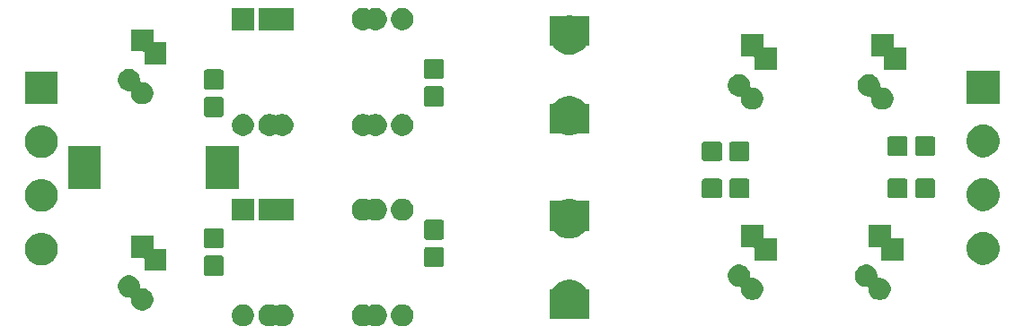
<source format=gts>
G04 #@! TF.GenerationSoftware,KiCad,Pcbnew,(5.1.4)-1*
G04 #@! TF.CreationDate,2021-09-06T00:09:17-04:00*
G04 #@! TF.ProjectId,controller_power_filter,636f6e74-726f-46c6-9c65-725f706f7765,rev?*
G04 #@! TF.SameCoordinates,Original*
G04 #@! TF.FileFunction,Soldermask,Top*
G04 #@! TF.FilePolarity,Negative*
%FSLAX46Y46*%
G04 Gerber Fmt 4.6, Leading zero omitted, Abs format (unit mm)*
G04 Created by KiCad (PCBNEW (5.1.4)-1) date 2021-09-06 00:09:17*
%MOMM*%
%LPD*%
G04 APERTURE LIST*
%ADD10C,0.100000*%
G04 APERTURE END LIST*
D10*
G36*
X115500000Y-134500000D02*
G01*
X112500000Y-134500000D01*
X112500000Y-130500000D01*
X115500000Y-130500000D01*
X115500000Y-134500000D01*
G37*
X115500000Y-134500000D02*
X112500000Y-134500000D01*
X112500000Y-130500000D01*
X115500000Y-130500000D01*
X115500000Y-134500000D01*
G36*
X102500000Y-134500000D02*
G01*
X99500000Y-134500000D01*
X99500000Y-130500000D01*
X102500000Y-130500000D01*
X102500000Y-134500000D01*
G37*
X102500000Y-134500000D02*
X99500000Y-134500000D01*
X99500000Y-130500000D01*
X102500000Y-130500000D01*
X102500000Y-134500000D01*
G36*
X127606564Y-145489389D02*
G01*
X127797836Y-145568616D01*
X127830555Y-145590478D01*
X127852165Y-145602029D01*
X127875614Y-145609142D01*
X127900001Y-145611544D01*
X127924387Y-145609142D01*
X127947836Y-145602029D01*
X127969445Y-145590478D01*
X128002164Y-145568616D01*
X128193436Y-145489389D01*
X128396484Y-145449000D01*
X128603516Y-145449000D01*
X128806564Y-145489389D01*
X128997833Y-145568615D01*
X128997835Y-145568616D01*
X129169973Y-145683635D01*
X129316365Y-145830027D01*
X129384090Y-145931384D01*
X129431385Y-146002167D01*
X129510611Y-146193436D01*
X129551000Y-146396484D01*
X129551000Y-146603516D01*
X129510611Y-146806564D01*
X129492205Y-146851000D01*
X129431384Y-146997835D01*
X129316365Y-147169973D01*
X129169973Y-147316365D01*
X128997835Y-147431384D01*
X128997834Y-147431385D01*
X128997833Y-147431385D01*
X128806564Y-147510611D01*
X128603516Y-147551000D01*
X128396484Y-147551000D01*
X128193436Y-147510611D01*
X128002164Y-147431384D01*
X127969445Y-147409522D01*
X127947835Y-147397971D01*
X127924386Y-147390858D01*
X127899999Y-147388456D01*
X127875613Y-147390858D01*
X127852164Y-147397971D01*
X127830555Y-147409522D01*
X127797836Y-147431384D01*
X127606564Y-147510611D01*
X127403516Y-147551000D01*
X127196484Y-147551000D01*
X126993436Y-147510611D01*
X126802167Y-147431385D01*
X126802166Y-147431385D01*
X126802165Y-147431384D01*
X126630027Y-147316365D01*
X126483635Y-147169973D01*
X126368616Y-146997835D01*
X126307795Y-146851000D01*
X126289389Y-146806564D01*
X126249000Y-146603516D01*
X126249000Y-146396484D01*
X126289389Y-146193436D01*
X126368615Y-146002167D01*
X126415911Y-145931384D01*
X126483635Y-145830027D01*
X126630027Y-145683635D01*
X126802165Y-145568616D01*
X126802167Y-145568615D01*
X126993436Y-145489389D01*
X127196484Y-145449000D01*
X127403516Y-145449000D01*
X127606564Y-145489389D01*
X127606564Y-145489389D01*
G37*
G36*
X118806564Y-145489389D02*
G01*
X118997836Y-145568616D01*
X119030555Y-145590478D01*
X119052165Y-145602029D01*
X119075614Y-145609142D01*
X119100001Y-145611544D01*
X119124387Y-145609142D01*
X119147836Y-145602029D01*
X119169445Y-145590478D01*
X119202164Y-145568616D01*
X119393436Y-145489389D01*
X119596484Y-145449000D01*
X119803516Y-145449000D01*
X120006564Y-145489389D01*
X120197833Y-145568615D01*
X120197835Y-145568616D01*
X120369973Y-145683635D01*
X120516365Y-145830027D01*
X120584090Y-145931384D01*
X120631385Y-146002167D01*
X120710611Y-146193436D01*
X120751000Y-146396484D01*
X120751000Y-146603516D01*
X120710611Y-146806564D01*
X120692205Y-146851000D01*
X120631384Y-146997835D01*
X120516365Y-147169973D01*
X120369973Y-147316365D01*
X120197835Y-147431384D01*
X120197834Y-147431385D01*
X120197833Y-147431385D01*
X120006564Y-147510611D01*
X119803516Y-147551000D01*
X119596484Y-147551000D01*
X119393436Y-147510611D01*
X119202164Y-147431384D01*
X119169445Y-147409522D01*
X119147835Y-147397971D01*
X119124386Y-147390858D01*
X119099999Y-147388456D01*
X119075613Y-147390858D01*
X119052164Y-147397971D01*
X119030555Y-147409522D01*
X118997836Y-147431384D01*
X118806564Y-147510611D01*
X118603516Y-147551000D01*
X118396484Y-147551000D01*
X118193436Y-147510611D01*
X118002167Y-147431385D01*
X118002166Y-147431385D01*
X118002165Y-147431384D01*
X117830027Y-147316365D01*
X117683635Y-147169973D01*
X117568616Y-146997835D01*
X117507795Y-146851000D01*
X117489389Y-146806564D01*
X117449000Y-146603516D01*
X117449000Y-146396484D01*
X117489389Y-146193436D01*
X117568615Y-146002167D01*
X117615911Y-145931384D01*
X117683635Y-145830027D01*
X117830027Y-145683635D01*
X118002165Y-145568616D01*
X118002167Y-145568615D01*
X118193436Y-145489389D01*
X118396484Y-145449000D01*
X118603516Y-145449000D01*
X118806564Y-145489389D01*
X118806564Y-145489389D01*
G37*
G36*
X131306564Y-145489389D02*
G01*
X131497833Y-145568615D01*
X131497835Y-145568616D01*
X131669973Y-145683635D01*
X131816365Y-145830027D01*
X131884090Y-145931384D01*
X131931385Y-146002167D01*
X132010611Y-146193436D01*
X132051000Y-146396484D01*
X132051000Y-146603516D01*
X132010611Y-146806564D01*
X131992205Y-146851000D01*
X131931384Y-146997835D01*
X131816365Y-147169973D01*
X131669973Y-147316365D01*
X131497835Y-147431384D01*
X131497834Y-147431385D01*
X131497833Y-147431385D01*
X131306564Y-147510611D01*
X131103516Y-147551000D01*
X130896484Y-147551000D01*
X130693436Y-147510611D01*
X130502167Y-147431385D01*
X130502166Y-147431385D01*
X130502165Y-147431384D01*
X130330027Y-147316365D01*
X130183635Y-147169973D01*
X130068616Y-146997835D01*
X130007795Y-146851000D01*
X129989389Y-146806564D01*
X129949000Y-146603516D01*
X129949000Y-146396484D01*
X129989389Y-146193436D01*
X130068615Y-146002167D01*
X130115911Y-145931384D01*
X130183635Y-145830027D01*
X130330027Y-145683635D01*
X130502165Y-145568616D01*
X130502167Y-145568615D01*
X130693436Y-145489389D01*
X130896484Y-145449000D01*
X131103516Y-145449000D01*
X131306564Y-145489389D01*
X131306564Y-145489389D01*
G37*
G36*
X116306564Y-145489389D02*
G01*
X116497833Y-145568615D01*
X116497835Y-145568616D01*
X116669973Y-145683635D01*
X116816365Y-145830027D01*
X116884090Y-145931384D01*
X116931385Y-146002167D01*
X117010611Y-146193436D01*
X117051000Y-146396484D01*
X117051000Y-146603516D01*
X117010611Y-146806564D01*
X116992205Y-146851000D01*
X116931384Y-146997835D01*
X116816365Y-147169973D01*
X116669973Y-147316365D01*
X116497835Y-147431384D01*
X116497834Y-147431385D01*
X116497833Y-147431385D01*
X116306564Y-147510611D01*
X116103516Y-147551000D01*
X115896484Y-147551000D01*
X115693436Y-147510611D01*
X115502167Y-147431385D01*
X115502166Y-147431385D01*
X115502165Y-147431384D01*
X115330027Y-147316365D01*
X115183635Y-147169973D01*
X115068616Y-146997835D01*
X115007795Y-146851000D01*
X114989389Y-146806564D01*
X114949000Y-146603516D01*
X114949000Y-146396484D01*
X114989389Y-146193436D01*
X115068615Y-146002167D01*
X115115911Y-145931384D01*
X115183635Y-145830027D01*
X115330027Y-145683635D01*
X115502165Y-145568616D01*
X115502167Y-145568615D01*
X115693436Y-145489389D01*
X115896484Y-145449000D01*
X116103516Y-145449000D01*
X116306564Y-145489389D01*
X116306564Y-145489389D01*
G37*
G36*
X147106430Y-143183635D02*
G01*
X147289917Y-143220133D01*
X147429448Y-143277929D01*
X147626776Y-143359664D01*
X147929943Y-143562234D01*
X148187767Y-143820058D01*
X148270213Y-143943447D01*
X148285758Y-143962389D01*
X148304700Y-143977934D01*
X148326311Y-143989485D01*
X148349760Y-143996598D01*
X148374146Y-143999000D01*
X148601000Y-143999000D01*
X148601000Y-146801000D01*
X147195985Y-146801000D01*
X147171599Y-146803402D01*
X146932309Y-146851000D01*
X146567691Y-146851000D01*
X146328401Y-146803402D01*
X146304015Y-146801000D01*
X144899000Y-146801000D01*
X144899000Y-143999000D01*
X145125854Y-143999000D01*
X145150240Y-143996598D01*
X145173689Y-143989485D01*
X145195300Y-143977934D01*
X145214242Y-143962389D01*
X145229787Y-143943447D01*
X145312233Y-143820058D01*
X145570057Y-143562234D01*
X145873224Y-143359664D01*
X146070552Y-143277929D01*
X146210083Y-143220133D01*
X146393570Y-143183635D01*
X146567691Y-143149000D01*
X146932309Y-143149000D01*
X147106430Y-143183635D01*
X147106430Y-143183635D01*
G37*
G36*
X105556564Y-142739389D02*
G01*
X105747833Y-142818615D01*
X105747835Y-142818616D01*
X105919973Y-142933635D01*
X106066365Y-143080027D01*
X106178491Y-143247835D01*
X106181385Y-143252167D01*
X106260611Y-143443436D01*
X106301000Y-143646484D01*
X106301000Y-143824001D01*
X106303402Y-143848387D01*
X106310515Y-143871836D01*
X106322066Y-143893447D01*
X106337611Y-143912389D01*
X106356553Y-143927934D01*
X106378164Y-143939485D01*
X106401613Y-143946598D01*
X106425999Y-143949000D01*
X106603516Y-143949000D01*
X106806564Y-143989389D01*
X106997833Y-144068615D01*
X106997835Y-144068616D01*
X107169973Y-144183635D01*
X107316365Y-144330027D01*
X107428491Y-144497835D01*
X107431385Y-144502167D01*
X107510611Y-144693436D01*
X107551000Y-144896484D01*
X107551000Y-145103516D01*
X107510611Y-145306564D01*
X107434882Y-145489390D01*
X107431384Y-145497835D01*
X107316365Y-145669973D01*
X107169973Y-145816365D01*
X106997835Y-145931384D01*
X106997834Y-145931385D01*
X106997833Y-145931385D01*
X106806564Y-146010611D01*
X106603516Y-146051000D01*
X106396484Y-146051000D01*
X106193436Y-146010611D01*
X106002167Y-145931385D01*
X106002166Y-145931385D01*
X106002165Y-145931384D01*
X105830027Y-145816365D01*
X105683635Y-145669973D01*
X105568616Y-145497835D01*
X105565118Y-145489390D01*
X105489389Y-145306564D01*
X105449000Y-145103516D01*
X105449000Y-144925999D01*
X105446598Y-144901613D01*
X105439485Y-144878164D01*
X105427934Y-144856553D01*
X105412389Y-144837611D01*
X105393447Y-144822066D01*
X105371836Y-144810515D01*
X105348387Y-144803402D01*
X105324001Y-144801000D01*
X105146484Y-144801000D01*
X104943436Y-144760611D01*
X104752167Y-144681385D01*
X104752166Y-144681385D01*
X104752165Y-144681384D01*
X104580027Y-144566365D01*
X104433635Y-144419973D01*
X104318616Y-144247835D01*
X104318615Y-144247833D01*
X104239389Y-144056564D01*
X104199000Y-143853516D01*
X104199000Y-143646484D01*
X104239389Y-143443436D01*
X104318615Y-143252167D01*
X104321510Y-143247835D01*
X104433635Y-143080027D01*
X104580027Y-142933635D01*
X104752165Y-142818616D01*
X104752167Y-142818615D01*
X104943436Y-142739389D01*
X105146484Y-142699000D01*
X105353516Y-142699000D01*
X105556564Y-142739389D01*
X105556564Y-142739389D01*
G37*
G36*
X163056564Y-141739389D02*
G01*
X163219695Y-141806960D01*
X163247835Y-141818616D01*
X163283933Y-141842736D01*
X163419973Y-141933635D01*
X163566365Y-142080027D01*
X163681385Y-142252167D01*
X163760611Y-142443436D01*
X163801000Y-142646484D01*
X163801000Y-142824001D01*
X163803402Y-142848387D01*
X163810515Y-142871836D01*
X163822066Y-142893447D01*
X163837611Y-142912389D01*
X163856553Y-142927934D01*
X163878164Y-142939485D01*
X163901613Y-142946598D01*
X163925999Y-142949000D01*
X164103516Y-142949000D01*
X164306564Y-142989389D01*
X164497833Y-143068615D01*
X164497835Y-143068616D01*
X164669973Y-143183635D01*
X164816365Y-143330027D01*
X164892143Y-143443436D01*
X164931385Y-143502167D01*
X165010611Y-143693436D01*
X165051000Y-143896484D01*
X165051000Y-144103516D01*
X165010611Y-144306564D01*
X164931385Y-144497833D01*
X164931384Y-144497835D01*
X164816365Y-144669973D01*
X164669973Y-144816365D01*
X164497835Y-144931384D01*
X164497834Y-144931385D01*
X164497833Y-144931385D01*
X164306564Y-145010611D01*
X164103516Y-145051000D01*
X163896484Y-145051000D01*
X163693436Y-145010611D01*
X163502167Y-144931385D01*
X163502166Y-144931385D01*
X163502165Y-144931384D01*
X163330027Y-144816365D01*
X163183635Y-144669973D01*
X163068616Y-144497835D01*
X163068615Y-144497833D01*
X162989389Y-144306564D01*
X162949000Y-144103516D01*
X162949000Y-143925999D01*
X162946598Y-143901613D01*
X162939485Y-143878164D01*
X162927934Y-143856553D01*
X162912389Y-143837611D01*
X162893447Y-143822066D01*
X162871836Y-143810515D01*
X162848387Y-143803402D01*
X162824001Y-143801000D01*
X162646484Y-143801000D01*
X162443436Y-143760611D01*
X162252167Y-143681385D01*
X162252166Y-143681385D01*
X162252165Y-143681384D01*
X162080027Y-143566365D01*
X161933635Y-143419973D01*
X161818616Y-143247835D01*
X161818615Y-143247833D01*
X161739389Y-143056564D01*
X161699000Y-142853516D01*
X161699000Y-142646484D01*
X161739389Y-142443436D01*
X161818615Y-142252167D01*
X161933635Y-142080027D01*
X162080027Y-141933635D01*
X162216067Y-141842736D01*
X162252165Y-141818616D01*
X162280305Y-141806960D01*
X162443436Y-141739389D01*
X162646484Y-141699000D01*
X162853516Y-141699000D01*
X163056564Y-141739389D01*
X163056564Y-141739389D01*
G37*
G36*
X175056564Y-141739389D02*
G01*
X175219695Y-141806960D01*
X175247835Y-141818616D01*
X175283933Y-141842736D01*
X175419973Y-141933635D01*
X175566365Y-142080027D01*
X175681385Y-142252167D01*
X175760611Y-142443436D01*
X175801000Y-142646484D01*
X175801000Y-142824001D01*
X175803402Y-142848387D01*
X175810515Y-142871836D01*
X175822066Y-142893447D01*
X175837611Y-142912389D01*
X175856553Y-142927934D01*
X175878164Y-142939485D01*
X175901613Y-142946598D01*
X175925999Y-142949000D01*
X176103516Y-142949000D01*
X176306564Y-142989389D01*
X176497833Y-143068615D01*
X176497835Y-143068616D01*
X176669973Y-143183635D01*
X176816365Y-143330027D01*
X176892143Y-143443436D01*
X176931385Y-143502167D01*
X177010611Y-143693436D01*
X177051000Y-143896484D01*
X177051000Y-144103516D01*
X177010611Y-144306564D01*
X176931385Y-144497833D01*
X176931384Y-144497835D01*
X176816365Y-144669973D01*
X176669973Y-144816365D01*
X176497835Y-144931384D01*
X176497834Y-144931385D01*
X176497833Y-144931385D01*
X176306564Y-145010611D01*
X176103516Y-145051000D01*
X175896484Y-145051000D01*
X175693436Y-145010611D01*
X175502167Y-144931385D01*
X175502166Y-144931385D01*
X175502165Y-144931384D01*
X175330027Y-144816365D01*
X175183635Y-144669973D01*
X175068616Y-144497835D01*
X175068615Y-144497833D01*
X174989389Y-144306564D01*
X174949000Y-144103516D01*
X174949000Y-143925999D01*
X174946598Y-143901613D01*
X174939485Y-143878164D01*
X174927934Y-143856553D01*
X174912389Y-143837611D01*
X174893447Y-143822066D01*
X174871836Y-143810515D01*
X174848387Y-143803402D01*
X174824001Y-143801000D01*
X174646484Y-143801000D01*
X174443436Y-143760611D01*
X174252167Y-143681385D01*
X174252166Y-143681385D01*
X174252165Y-143681384D01*
X174080027Y-143566365D01*
X173933635Y-143419973D01*
X173818616Y-143247835D01*
X173818615Y-143247833D01*
X173739389Y-143056564D01*
X173699000Y-142853516D01*
X173699000Y-142646484D01*
X173739389Y-142443436D01*
X173818615Y-142252167D01*
X173933635Y-142080027D01*
X174080027Y-141933635D01*
X174216067Y-141842736D01*
X174252165Y-141818616D01*
X174280305Y-141806960D01*
X174443436Y-141739389D01*
X174646484Y-141699000D01*
X174853516Y-141699000D01*
X175056564Y-141739389D01*
X175056564Y-141739389D01*
G37*
G36*
X113980411Y-140854259D02*
G01*
X114025853Y-140868044D01*
X114067736Y-140890431D01*
X114104444Y-140920556D01*
X114134569Y-140957264D01*
X114156956Y-140999147D01*
X114170741Y-141044589D01*
X114176000Y-141097990D01*
X114176000Y-142502010D01*
X114170741Y-142555411D01*
X114156956Y-142600853D01*
X114134569Y-142642736D01*
X114104444Y-142679444D01*
X114067736Y-142709569D01*
X114025853Y-142731956D01*
X113980411Y-142745741D01*
X113927010Y-142751000D01*
X112572990Y-142751000D01*
X112519589Y-142745741D01*
X112474147Y-142731956D01*
X112432264Y-142709569D01*
X112395556Y-142679444D01*
X112365431Y-142642736D01*
X112343044Y-142600853D01*
X112329259Y-142555411D01*
X112324000Y-142502010D01*
X112324000Y-141097990D01*
X112329259Y-141044589D01*
X112343044Y-140999147D01*
X112365431Y-140957264D01*
X112395556Y-140920556D01*
X112432264Y-140890431D01*
X112474147Y-140868044D01*
X112519589Y-140854259D01*
X112572990Y-140849000D01*
X113927010Y-140849000D01*
X113980411Y-140854259D01*
X113980411Y-140854259D01*
G37*
G36*
X107551000Y-140074001D02*
G01*
X107553402Y-140098387D01*
X107560515Y-140121836D01*
X107572066Y-140143447D01*
X107587611Y-140162389D01*
X107606553Y-140177934D01*
X107628164Y-140189485D01*
X107651613Y-140196598D01*
X107675999Y-140199000D01*
X108801000Y-140199000D01*
X108801000Y-142301000D01*
X106699000Y-142301000D01*
X106699000Y-141175999D01*
X106696598Y-141151613D01*
X106689485Y-141128164D01*
X106677934Y-141106553D01*
X106662389Y-141087611D01*
X106643447Y-141072066D01*
X106621836Y-141060515D01*
X106598387Y-141053402D01*
X106574001Y-141051000D01*
X105449000Y-141051000D01*
X105449000Y-138949000D01*
X107551000Y-138949000D01*
X107551000Y-140074001D01*
X107551000Y-140074001D01*
G37*
G36*
X134730411Y-140054259D02*
G01*
X134775853Y-140068044D01*
X134817736Y-140090431D01*
X134854444Y-140120556D01*
X134884569Y-140157264D01*
X134906956Y-140199147D01*
X134920741Y-140244589D01*
X134926000Y-140297990D01*
X134926000Y-141702010D01*
X134920741Y-141755411D01*
X134906956Y-141800853D01*
X134884569Y-141842736D01*
X134854444Y-141879444D01*
X134817736Y-141909569D01*
X134775853Y-141931956D01*
X134730411Y-141945741D01*
X134677010Y-141951000D01*
X133322990Y-141951000D01*
X133269589Y-141945741D01*
X133224147Y-141931956D01*
X133182264Y-141909569D01*
X133145556Y-141879444D01*
X133115431Y-141842736D01*
X133093044Y-141800853D01*
X133079259Y-141755411D01*
X133074000Y-141702010D01*
X133074000Y-140297990D01*
X133079259Y-140244589D01*
X133093044Y-140199147D01*
X133115431Y-140157264D01*
X133145556Y-140120556D01*
X133182264Y-140090431D01*
X133224147Y-140068044D01*
X133269589Y-140054259D01*
X133322990Y-140049000D01*
X134677010Y-140049000D01*
X134730411Y-140054259D01*
X134730411Y-140054259D01*
G37*
G36*
X97302585Y-138718802D02*
G01*
X97452410Y-138748604D01*
X97734674Y-138865521D01*
X97988705Y-139035259D01*
X98204741Y-139251295D01*
X98374479Y-139505326D01*
X98491396Y-139787590D01*
X98521198Y-139937415D01*
X98543792Y-140051000D01*
X98551000Y-140087240D01*
X98551000Y-140392760D01*
X98491396Y-140692410D01*
X98374479Y-140974674D01*
X98204741Y-141228705D01*
X97988705Y-141444741D01*
X97734674Y-141614479D01*
X97452410Y-141731396D01*
X97412226Y-141739389D01*
X97152761Y-141791000D01*
X96847239Y-141791000D01*
X96587774Y-141739389D01*
X96547590Y-141731396D01*
X96265326Y-141614479D01*
X96011295Y-141444741D01*
X95795259Y-141228705D01*
X95625521Y-140974674D01*
X95508604Y-140692410D01*
X95449000Y-140392760D01*
X95449000Y-140087240D01*
X95456209Y-140051000D01*
X95478802Y-139937415D01*
X95508604Y-139787590D01*
X95625521Y-139505326D01*
X95795259Y-139251295D01*
X96011295Y-139035259D01*
X96265326Y-138865521D01*
X96547590Y-138748604D01*
X96697415Y-138718802D01*
X96847239Y-138689000D01*
X97152761Y-138689000D01*
X97302585Y-138718802D01*
X97302585Y-138718802D01*
G37*
G36*
X186052585Y-138638802D02*
G01*
X186202410Y-138668604D01*
X186484674Y-138785521D01*
X186738705Y-138955259D01*
X186954741Y-139171295D01*
X187124479Y-139425326D01*
X187241396Y-139707590D01*
X187241396Y-139707591D01*
X187300945Y-140006960D01*
X187301000Y-140007240D01*
X187301000Y-140312760D01*
X187241396Y-140612410D01*
X187124479Y-140894674D01*
X186954741Y-141148705D01*
X186738705Y-141364741D01*
X186484674Y-141534479D01*
X186202410Y-141651396D01*
X186052585Y-141681198D01*
X185902761Y-141711000D01*
X185597239Y-141711000D01*
X185447415Y-141681198D01*
X185297590Y-141651396D01*
X185015326Y-141534479D01*
X184761295Y-141364741D01*
X184545259Y-141148705D01*
X184375521Y-140894674D01*
X184258604Y-140612410D01*
X184199000Y-140312760D01*
X184199000Y-140007240D01*
X184199056Y-140006960D01*
X184258604Y-139707591D01*
X184258604Y-139707590D01*
X184375521Y-139425326D01*
X184545259Y-139171295D01*
X184761295Y-138955259D01*
X185015326Y-138785521D01*
X185297590Y-138668604D01*
X185447415Y-138638802D01*
X185597239Y-138609000D01*
X185902761Y-138609000D01*
X186052585Y-138638802D01*
X186052585Y-138638802D01*
G37*
G36*
X177051000Y-139074001D02*
G01*
X177053402Y-139098387D01*
X177060515Y-139121836D01*
X177072066Y-139143447D01*
X177087611Y-139162389D01*
X177106553Y-139177934D01*
X177128164Y-139189485D01*
X177151613Y-139196598D01*
X177175999Y-139199000D01*
X178301000Y-139199000D01*
X178301000Y-141301000D01*
X176199000Y-141301000D01*
X176199000Y-140175999D01*
X176196598Y-140151613D01*
X176189485Y-140128164D01*
X176177934Y-140106553D01*
X176162389Y-140087611D01*
X176143447Y-140072066D01*
X176121836Y-140060515D01*
X176098387Y-140053402D01*
X176074001Y-140051000D01*
X174949000Y-140051000D01*
X174949000Y-137949000D01*
X177051000Y-137949000D01*
X177051000Y-139074001D01*
X177051000Y-139074001D01*
G37*
G36*
X165051000Y-139074001D02*
G01*
X165053402Y-139098387D01*
X165060515Y-139121836D01*
X165072066Y-139143447D01*
X165087611Y-139162389D01*
X165106553Y-139177934D01*
X165128164Y-139189485D01*
X165151613Y-139196598D01*
X165175999Y-139199000D01*
X166301000Y-139199000D01*
X166301000Y-141301000D01*
X164199000Y-141301000D01*
X164199000Y-140175999D01*
X164196598Y-140151613D01*
X164189485Y-140128164D01*
X164177934Y-140106553D01*
X164162389Y-140087611D01*
X164143447Y-140072066D01*
X164121836Y-140060515D01*
X164098387Y-140053402D01*
X164074001Y-140051000D01*
X162949000Y-140051000D01*
X162949000Y-137949000D01*
X165051000Y-137949000D01*
X165051000Y-139074001D01*
X165051000Y-139074001D01*
G37*
G36*
X113980411Y-138254259D02*
G01*
X114025853Y-138268044D01*
X114067736Y-138290431D01*
X114104444Y-138320556D01*
X114134569Y-138357264D01*
X114156956Y-138399147D01*
X114170741Y-138444589D01*
X114176000Y-138497990D01*
X114176000Y-139902010D01*
X114170741Y-139955411D01*
X114156956Y-140000853D01*
X114134569Y-140042736D01*
X114104444Y-140079444D01*
X114067736Y-140109569D01*
X114025853Y-140131956D01*
X113980411Y-140145741D01*
X113927010Y-140151000D01*
X112572990Y-140151000D01*
X112519589Y-140145741D01*
X112474147Y-140131956D01*
X112432264Y-140109569D01*
X112395556Y-140079444D01*
X112365431Y-140042736D01*
X112343044Y-140000853D01*
X112329259Y-139955411D01*
X112324000Y-139902010D01*
X112324000Y-138497990D01*
X112329259Y-138444589D01*
X112343044Y-138399147D01*
X112365431Y-138357264D01*
X112395556Y-138320556D01*
X112432264Y-138290431D01*
X112474147Y-138268044D01*
X112519589Y-138254259D01*
X112572990Y-138249000D01*
X113927010Y-138249000D01*
X113980411Y-138254259D01*
X113980411Y-138254259D01*
G37*
G36*
X134730411Y-137454259D02*
G01*
X134775853Y-137468044D01*
X134817736Y-137490431D01*
X134854444Y-137520556D01*
X134884569Y-137557264D01*
X134906956Y-137599147D01*
X134920741Y-137644589D01*
X134926000Y-137697990D01*
X134926000Y-139102010D01*
X134920741Y-139155411D01*
X134906956Y-139200853D01*
X134884569Y-139242736D01*
X134854444Y-139279444D01*
X134817736Y-139309569D01*
X134775853Y-139331956D01*
X134730411Y-139345741D01*
X134677010Y-139351000D01*
X133322990Y-139351000D01*
X133269589Y-139345741D01*
X133224147Y-139331956D01*
X133182264Y-139309569D01*
X133145556Y-139279444D01*
X133115431Y-139242736D01*
X133093044Y-139200853D01*
X133079259Y-139155411D01*
X133074000Y-139102010D01*
X133074000Y-137697990D01*
X133079259Y-137644589D01*
X133093044Y-137599147D01*
X133115431Y-137557264D01*
X133145556Y-137520556D01*
X133182264Y-137490431D01*
X133224147Y-137468044D01*
X133269589Y-137454259D01*
X133322990Y-137449000D01*
X134677010Y-137449000D01*
X134730411Y-137454259D01*
X134730411Y-137454259D01*
G37*
G36*
X147289917Y-135600133D02*
G01*
X147505633Y-135689485D01*
X147529082Y-135696598D01*
X147553468Y-135699000D01*
X148601000Y-135699000D01*
X148601000Y-138501000D01*
X148293964Y-138501000D01*
X148269578Y-138503402D01*
X148246129Y-138510515D01*
X148224518Y-138522066D01*
X148205576Y-138537611D01*
X148190030Y-138556555D01*
X148187767Y-138559942D01*
X147929943Y-138817766D01*
X147626776Y-139020336D01*
X147438343Y-139098387D01*
X147289917Y-139159867D01*
X147111112Y-139195434D01*
X146932309Y-139231000D01*
X146567691Y-139231000D01*
X146388888Y-139195434D01*
X146210083Y-139159867D01*
X146061657Y-139098387D01*
X145873224Y-139020336D01*
X145570057Y-138817766D01*
X145312233Y-138559942D01*
X145309970Y-138556555D01*
X145294425Y-138537613D01*
X145275483Y-138522067D01*
X145253873Y-138510516D01*
X145230424Y-138503402D01*
X145206036Y-138501000D01*
X144899000Y-138501000D01*
X144899000Y-135699000D01*
X145946532Y-135699000D01*
X145970918Y-135696598D01*
X145994367Y-135689485D01*
X146210083Y-135600133D01*
X146567691Y-135529000D01*
X146932309Y-135529000D01*
X147289917Y-135600133D01*
X147289917Y-135600133D01*
G37*
G36*
X127606564Y-135489389D02*
G01*
X127797836Y-135568616D01*
X127830555Y-135590478D01*
X127852165Y-135602029D01*
X127875614Y-135609142D01*
X127900001Y-135611544D01*
X127924387Y-135609142D01*
X127947836Y-135602029D01*
X127969445Y-135590478D01*
X128002164Y-135568616D01*
X128193436Y-135489389D01*
X128396484Y-135449000D01*
X128603516Y-135449000D01*
X128806564Y-135489389D01*
X128997833Y-135568615D01*
X128997835Y-135568616D01*
X129045003Y-135600133D01*
X129169973Y-135683635D01*
X129316365Y-135830027D01*
X129431385Y-136002167D01*
X129510611Y-136193436D01*
X129551000Y-136396484D01*
X129551000Y-136603516D01*
X129510611Y-136806564D01*
X129431385Y-136997833D01*
X129431384Y-136997835D01*
X129316365Y-137169973D01*
X129169973Y-137316365D01*
X128997835Y-137431384D01*
X128997834Y-137431385D01*
X128997833Y-137431385D01*
X128806564Y-137510611D01*
X128603516Y-137551000D01*
X128396484Y-137551000D01*
X128193436Y-137510611D01*
X128002164Y-137431384D01*
X127969445Y-137409522D01*
X127947835Y-137397971D01*
X127924386Y-137390858D01*
X127899999Y-137388456D01*
X127875613Y-137390858D01*
X127852164Y-137397971D01*
X127830555Y-137409522D01*
X127797836Y-137431384D01*
X127606564Y-137510611D01*
X127403516Y-137551000D01*
X127196484Y-137551000D01*
X126993436Y-137510611D01*
X126802167Y-137431385D01*
X126802166Y-137431385D01*
X126802165Y-137431384D01*
X126630027Y-137316365D01*
X126483635Y-137169973D01*
X126368616Y-136997835D01*
X126368615Y-136997833D01*
X126289389Y-136806564D01*
X126249000Y-136603516D01*
X126249000Y-136396484D01*
X126289389Y-136193436D01*
X126368615Y-136002167D01*
X126483635Y-135830027D01*
X126630027Y-135683635D01*
X126754997Y-135600133D01*
X126802165Y-135568616D01*
X126802167Y-135568615D01*
X126993436Y-135489389D01*
X127196484Y-135449000D01*
X127403516Y-135449000D01*
X127606564Y-135489389D01*
X127606564Y-135489389D01*
G37*
G36*
X117051000Y-137551000D02*
G01*
X114949000Y-137551000D01*
X114949000Y-135449000D01*
X117051000Y-135449000D01*
X117051000Y-137551000D01*
X117051000Y-137551000D01*
G37*
G36*
X131306564Y-135489389D02*
G01*
X131497833Y-135568615D01*
X131497835Y-135568616D01*
X131545003Y-135600133D01*
X131669973Y-135683635D01*
X131816365Y-135830027D01*
X131931385Y-136002167D01*
X132010611Y-136193436D01*
X132051000Y-136396484D01*
X132051000Y-136603516D01*
X132010611Y-136806564D01*
X131931385Y-136997833D01*
X131931384Y-136997835D01*
X131816365Y-137169973D01*
X131669973Y-137316365D01*
X131497835Y-137431384D01*
X131497834Y-137431385D01*
X131497833Y-137431385D01*
X131306564Y-137510611D01*
X131103516Y-137551000D01*
X130896484Y-137551000D01*
X130693436Y-137510611D01*
X130502167Y-137431385D01*
X130502166Y-137431385D01*
X130502165Y-137431384D01*
X130330027Y-137316365D01*
X130183635Y-137169973D01*
X130068616Y-136997835D01*
X130068615Y-136997833D01*
X129989389Y-136806564D01*
X129949000Y-136603516D01*
X129949000Y-136396484D01*
X129989389Y-136193436D01*
X130068615Y-136002167D01*
X130183635Y-135830027D01*
X130330027Y-135683635D01*
X130454997Y-135600133D01*
X130502165Y-135568616D01*
X130502167Y-135568615D01*
X130693436Y-135489389D01*
X130896484Y-135449000D01*
X131103516Y-135449000D01*
X131306564Y-135489389D01*
X131306564Y-135489389D01*
G37*
G36*
X120751000Y-137551000D02*
G01*
X117449000Y-137551000D01*
X117449000Y-135449000D01*
X120751000Y-135449000D01*
X120751000Y-137551000D01*
X120751000Y-137551000D01*
G37*
G36*
X97251402Y-133628621D02*
G01*
X97452410Y-133668604D01*
X97734674Y-133785521D01*
X97988705Y-133955259D01*
X98204741Y-134171295D01*
X98374479Y-134425326D01*
X98491396Y-134707590D01*
X98551000Y-135007240D01*
X98551000Y-135312760D01*
X98491396Y-135612410D01*
X98374479Y-135894674D01*
X98204741Y-136148705D01*
X97988705Y-136364741D01*
X97734674Y-136534479D01*
X97452410Y-136651396D01*
X97302585Y-136681198D01*
X97152761Y-136711000D01*
X96847239Y-136711000D01*
X96697415Y-136681198D01*
X96547590Y-136651396D01*
X96265326Y-136534479D01*
X96011295Y-136364741D01*
X95795259Y-136148705D01*
X95625521Y-135894674D01*
X95508604Y-135612410D01*
X95449000Y-135312760D01*
X95449000Y-135007240D01*
X95508604Y-134707590D01*
X95625521Y-134425326D01*
X95795259Y-134171295D01*
X96011295Y-133955259D01*
X96265326Y-133785521D01*
X96547590Y-133668604D01*
X96748598Y-133628621D01*
X96847239Y-133609000D01*
X97152761Y-133609000D01*
X97251402Y-133628621D01*
X97251402Y-133628621D01*
G37*
G36*
X186052585Y-133558802D02*
G01*
X186202410Y-133588604D01*
X186484674Y-133705521D01*
X186738705Y-133875259D01*
X186954741Y-134091295D01*
X187124479Y-134345326D01*
X187241396Y-134627590D01*
X187301000Y-134927240D01*
X187301000Y-135232760D01*
X187241396Y-135532410D01*
X187124479Y-135814674D01*
X186954741Y-136068705D01*
X186738705Y-136284741D01*
X186484674Y-136454479D01*
X186202410Y-136571396D01*
X186052585Y-136601198D01*
X185902761Y-136631000D01*
X185597239Y-136631000D01*
X185447415Y-136601198D01*
X185297590Y-136571396D01*
X185015326Y-136454479D01*
X184761295Y-136284741D01*
X184545259Y-136068705D01*
X184375521Y-135814674D01*
X184258604Y-135532410D01*
X184199000Y-135232760D01*
X184199000Y-134927240D01*
X184258604Y-134627590D01*
X184375521Y-134345326D01*
X184545259Y-134091295D01*
X184761295Y-133875259D01*
X185015326Y-133705521D01*
X185297590Y-133588604D01*
X185447415Y-133558802D01*
X185597239Y-133529000D01*
X185902761Y-133529000D01*
X186052585Y-133558802D01*
X186052585Y-133558802D01*
G37*
G36*
X160955411Y-133579259D02*
G01*
X161000853Y-133593044D01*
X161042736Y-133615431D01*
X161079444Y-133645556D01*
X161109569Y-133682264D01*
X161131956Y-133724147D01*
X161145741Y-133769589D01*
X161151000Y-133822990D01*
X161151000Y-135177010D01*
X161145741Y-135230411D01*
X161131956Y-135275853D01*
X161109569Y-135317736D01*
X161079444Y-135354444D01*
X161042736Y-135384569D01*
X161000853Y-135406956D01*
X160955411Y-135420741D01*
X160902010Y-135426000D01*
X159497990Y-135426000D01*
X159444589Y-135420741D01*
X159399147Y-135406956D01*
X159357264Y-135384569D01*
X159320556Y-135354444D01*
X159290431Y-135317736D01*
X159268044Y-135275853D01*
X159254259Y-135230411D01*
X159249000Y-135177010D01*
X159249000Y-133822990D01*
X159254259Y-133769589D01*
X159268044Y-133724147D01*
X159290431Y-133682264D01*
X159320556Y-133645556D01*
X159357264Y-133615431D01*
X159399147Y-133593044D01*
X159444589Y-133579259D01*
X159497990Y-133574000D01*
X160902010Y-133574000D01*
X160955411Y-133579259D01*
X160955411Y-133579259D01*
G37*
G36*
X163555411Y-133579259D02*
G01*
X163600853Y-133593044D01*
X163642736Y-133615431D01*
X163679444Y-133645556D01*
X163709569Y-133682264D01*
X163731956Y-133724147D01*
X163745741Y-133769589D01*
X163751000Y-133822990D01*
X163751000Y-135177010D01*
X163745741Y-135230411D01*
X163731956Y-135275853D01*
X163709569Y-135317736D01*
X163679444Y-135354444D01*
X163642736Y-135384569D01*
X163600853Y-135406956D01*
X163555411Y-135420741D01*
X163502010Y-135426000D01*
X162097990Y-135426000D01*
X162044589Y-135420741D01*
X161999147Y-135406956D01*
X161957264Y-135384569D01*
X161920556Y-135354444D01*
X161890431Y-135317736D01*
X161868044Y-135275853D01*
X161854259Y-135230411D01*
X161849000Y-135177010D01*
X161849000Y-133822990D01*
X161854259Y-133769589D01*
X161868044Y-133724147D01*
X161890431Y-133682264D01*
X161920556Y-133645556D01*
X161957264Y-133615431D01*
X161999147Y-133593044D01*
X162044589Y-133579259D01*
X162097990Y-133574000D01*
X163502010Y-133574000D01*
X163555411Y-133579259D01*
X163555411Y-133579259D01*
G37*
G36*
X181055411Y-133579259D02*
G01*
X181100853Y-133593044D01*
X181142736Y-133615431D01*
X181179444Y-133645556D01*
X181209569Y-133682264D01*
X181231956Y-133724147D01*
X181245741Y-133769589D01*
X181251000Y-133822990D01*
X181251000Y-135177010D01*
X181245741Y-135230411D01*
X181231956Y-135275853D01*
X181209569Y-135317736D01*
X181179444Y-135354444D01*
X181142736Y-135384569D01*
X181100853Y-135406956D01*
X181055411Y-135420741D01*
X181002010Y-135426000D01*
X179597990Y-135426000D01*
X179544589Y-135420741D01*
X179499147Y-135406956D01*
X179457264Y-135384569D01*
X179420556Y-135354444D01*
X179390431Y-135317736D01*
X179368044Y-135275853D01*
X179354259Y-135230411D01*
X179349000Y-135177010D01*
X179349000Y-133822990D01*
X179354259Y-133769589D01*
X179368044Y-133724147D01*
X179390431Y-133682264D01*
X179420556Y-133645556D01*
X179457264Y-133615431D01*
X179499147Y-133593044D01*
X179544589Y-133579259D01*
X179597990Y-133574000D01*
X181002010Y-133574000D01*
X181055411Y-133579259D01*
X181055411Y-133579259D01*
G37*
G36*
X178455411Y-133579259D02*
G01*
X178500853Y-133593044D01*
X178542736Y-133615431D01*
X178579444Y-133645556D01*
X178609569Y-133682264D01*
X178631956Y-133724147D01*
X178645741Y-133769589D01*
X178651000Y-133822990D01*
X178651000Y-135177010D01*
X178645741Y-135230411D01*
X178631956Y-135275853D01*
X178609569Y-135317736D01*
X178579444Y-135354444D01*
X178542736Y-135384569D01*
X178500853Y-135406956D01*
X178455411Y-135420741D01*
X178402010Y-135426000D01*
X176997990Y-135426000D01*
X176944589Y-135420741D01*
X176899147Y-135406956D01*
X176857264Y-135384569D01*
X176820556Y-135354444D01*
X176790431Y-135317736D01*
X176768044Y-135275853D01*
X176754259Y-135230411D01*
X176749000Y-135177010D01*
X176749000Y-133822990D01*
X176754259Y-133769589D01*
X176768044Y-133724147D01*
X176790431Y-133682264D01*
X176820556Y-133645556D01*
X176857264Y-133615431D01*
X176899147Y-133593044D01*
X176944589Y-133579259D01*
X176997990Y-133574000D01*
X178402010Y-133574000D01*
X178455411Y-133579259D01*
X178455411Y-133579259D01*
G37*
G36*
X163555411Y-130079259D02*
G01*
X163600853Y-130093044D01*
X163642736Y-130115431D01*
X163679444Y-130145556D01*
X163709569Y-130182264D01*
X163731956Y-130224147D01*
X163745741Y-130269589D01*
X163751000Y-130322990D01*
X163751000Y-131677010D01*
X163745741Y-131730411D01*
X163731956Y-131775853D01*
X163709569Y-131817736D01*
X163679444Y-131854444D01*
X163642736Y-131884569D01*
X163600853Y-131906956D01*
X163555411Y-131920741D01*
X163502010Y-131926000D01*
X162097990Y-131926000D01*
X162044589Y-131920741D01*
X161999147Y-131906956D01*
X161957264Y-131884569D01*
X161920556Y-131854444D01*
X161890431Y-131817736D01*
X161868044Y-131775853D01*
X161854259Y-131730411D01*
X161849000Y-131677010D01*
X161849000Y-130322990D01*
X161854259Y-130269589D01*
X161868044Y-130224147D01*
X161890431Y-130182264D01*
X161920556Y-130145556D01*
X161957264Y-130115431D01*
X161999147Y-130093044D01*
X162044589Y-130079259D01*
X162097990Y-130074000D01*
X163502010Y-130074000D01*
X163555411Y-130079259D01*
X163555411Y-130079259D01*
G37*
G36*
X160955411Y-130079259D02*
G01*
X161000853Y-130093044D01*
X161042736Y-130115431D01*
X161079444Y-130145556D01*
X161109569Y-130182264D01*
X161131956Y-130224147D01*
X161145741Y-130269589D01*
X161151000Y-130322990D01*
X161151000Y-131677010D01*
X161145741Y-131730411D01*
X161131956Y-131775853D01*
X161109569Y-131817736D01*
X161079444Y-131854444D01*
X161042736Y-131884569D01*
X161000853Y-131906956D01*
X160955411Y-131920741D01*
X160902010Y-131926000D01*
X159497990Y-131926000D01*
X159444589Y-131920741D01*
X159399147Y-131906956D01*
X159357264Y-131884569D01*
X159320556Y-131854444D01*
X159290431Y-131817736D01*
X159268044Y-131775853D01*
X159254259Y-131730411D01*
X159249000Y-131677010D01*
X159249000Y-130322990D01*
X159254259Y-130269589D01*
X159268044Y-130224147D01*
X159290431Y-130182264D01*
X159320556Y-130145556D01*
X159357264Y-130115431D01*
X159399147Y-130093044D01*
X159444589Y-130079259D01*
X159497990Y-130074000D01*
X160902010Y-130074000D01*
X160955411Y-130079259D01*
X160955411Y-130079259D01*
G37*
G36*
X97302585Y-128558802D02*
G01*
X97452410Y-128588604D01*
X97734674Y-128705521D01*
X97988705Y-128875259D01*
X98204741Y-129091295D01*
X98374479Y-129345326D01*
X98491396Y-129627590D01*
X98551000Y-129927240D01*
X98551000Y-130232760D01*
X98491396Y-130532410D01*
X98374479Y-130814674D01*
X98204741Y-131068705D01*
X97988705Y-131284741D01*
X97734674Y-131454479D01*
X97452410Y-131571396D01*
X97302585Y-131601198D01*
X97152761Y-131631000D01*
X96847239Y-131631000D01*
X96697415Y-131601198D01*
X96547590Y-131571396D01*
X96265326Y-131454479D01*
X96011295Y-131284741D01*
X95795259Y-131068705D01*
X95625521Y-130814674D01*
X95508604Y-130532410D01*
X95449000Y-130232760D01*
X95449000Y-129927240D01*
X95508604Y-129627590D01*
X95625521Y-129345326D01*
X95795259Y-129091295D01*
X96011295Y-128875259D01*
X96265326Y-128705521D01*
X96547590Y-128588604D01*
X96697415Y-128558802D01*
X96847239Y-128529000D01*
X97152761Y-128529000D01*
X97302585Y-128558802D01*
X97302585Y-128558802D01*
G37*
G36*
X186052585Y-128478802D02*
G01*
X186202410Y-128508604D01*
X186484674Y-128625521D01*
X186738705Y-128795259D01*
X186954741Y-129011295D01*
X187124479Y-129265326D01*
X187241396Y-129547590D01*
X187254890Y-129615431D01*
X187296177Y-129822990D01*
X187301000Y-129847240D01*
X187301000Y-130152760D01*
X187241396Y-130452410D01*
X187124479Y-130734674D01*
X186954741Y-130988705D01*
X186738705Y-131204741D01*
X186484674Y-131374479D01*
X186202410Y-131491396D01*
X186052585Y-131521198D01*
X185902761Y-131551000D01*
X185597239Y-131551000D01*
X185447415Y-131521198D01*
X185297590Y-131491396D01*
X185015326Y-131374479D01*
X184761295Y-131204741D01*
X184545259Y-130988705D01*
X184375521Y-130734674D01*
X184258604Y-130452410D01*
X184199000Y-130152760D01*
X184199000Y-129847240D01*
X184203824Y-129822990D01*
X184245110Y-129615431D01*
X184258604Y-129547590D01*
X184375521Y-129265326D01*
X184545259Y-129011295D01*
X184761295Y-128795259D01*
X185015326Y-128625521D01*
X185297590Y-128508604D01*
X185447415Y-128478802D01*
X185597239Y-128449000D01*
X185902761Y-128449000D01*
X186052585Y-128478802D01*
X186052585Y-128478802D01*
G37*
G36*
X181055411Y-129579259D02*
G01*
X181100853Y-129593044D01*
X181142736Y-129615431D01*
X181179444Y-129645556D01*
X181209569Y-129682264D01*
X181231956Y-129724147D01*
X181245741Y-129769589D01*
X181251000Y-129822990D01*
X181251000Y-131177010D01*
X181245741Y-131230411D01*
X181231956Y-131275853D01*
X181209569Y-131317736D01*
X181179444Y-131354444D01*
X181142736Y-131384569D01*
X181100853Y-131406956D01*
X181055411Y-131420741D01*
X181002010Y-131426000D01*
X179597990Y-131426000D01*
X179544589Y-131420741D01*
X179499147Y-131406956D01*
X179457264Y-131384569D01*
X179420556Y-131354444D01*
X179390431Y-131317736D01*
X179368044Y-131275853D01*
X179354259Y-131230411D01*
X179349000Y-131177010D01*
X179349000Y-129822990D01*
X179354259Y-129769589D01*
X179368044Y-129724147D01*
X179390431Y-129682264D01*
X179420556Y-129645556D01*
X179457264Y-129615431D01*
X179499147Y-129593044D01*
X179544589Y-129579259D01*
X179597990Y-129574000D01*
X181002010Y-129574000D01*
X181055411Y-129579259D01*
X181055411Y-129579259D01*
G37*
G36*
X178455411Y-129579259D02*
G01*
X178500853Y-129593044D01*
X178542736Y-129615431D01*
X178579444Y-129645556D01*
X178609569Y-129682264D01*
X178631956Y-129724147D01*
X178645741Y-129769589D01*
X178651000Y-129822990D01*
X178651000Y-131177010D01*
X178645741Y-131230411D01*
X178631956Y-131275853D01*
X178609569Y-131317736D01*
X178579444Y-131354444D01*
X178542736Y-131384569D01*
X178500853Y-131406956D01*
X178455411Y-131420741D01*
X178402010Y-131426000D01*
X176997990Y-131426000D01*
X176944589Y-131420741D01*
X176899147Y-131406956D01*
X176857264Y-131384569D01*
X176820556Y-131354444D01*
X176790431Y-131317736D01*
X176768044Y-131275853D01*
X176754259Y-131230411D01*
X176749000Y-131177010D01*
X176749000Y-129822990D01*
X176754259Y-129769589D01*
X176768044Y-129724147D01*
X176790431Y-129682264D01*
X176820556Y-129645556D01*
X176857264Y-129615431D01*
X176899147Y-129593044D01*
X176944589Y-129579259D01*
X176997990Y-129574000D01*
X178402010Y-129574000D01*
X178455411Y-129579259D01*
X178455411Y-129579259D01*
G37*
G36*
X127606564Y-127489389D02*
G01*
X127797836Y-127568616D01*
X127830555Y-127590478D01*
X127852165Y-127602029D01*
X127875614Y-127609142D01*
X127900001Y-127611544D01*
X127924387Y-127609142D01*
X127947836Y-127602029D01*
X127969445Y-127590478D01*
X128002164Y-127568616D01*
X128193436Y-127489389D01*
X128396484Y-127449000D01*
X128603516Y-127449000D01*
X128806564Y-127489389D01*
X128997833Y-127568615D01*
X128997835Y-127568616D01*
X129163701Y-127679444D01*
X129169973Y-127683635D01*
X129316365Y-127830027D01*
X129431385Y-128002167D01*
X129510611Y-128193436D01*
X129551000Y-128396484D01*
X129551000Y-128603516D01*
X129510611Y-128806564D01*
X129482156Y-128875260D01*
X129431384Y-128997835D01*
X129316365Y-129169973D01*
X129169973Y-129316365D01*
X128997835Y-129431384D01*
X128997834Y-129431385D01*
X128997833Y-129431385D01*
X128806564Y-129510611D01*
X128603516Y-129551000D01*
X128396484Y-129551000D01*
X128193436Y-129510611D01*
X128002164Y-129431384D01*
X127969445Y-129409522D01*
X127947835Y-129397971D01*
X127924386Y-129390858D01*
X127899999Y-129388456D01*
X127875613Y-129390858D01*
X127852164Y-129397971D01*
X127830555Y-129409522D01*
X127797836Y-129431384D01*
X127606564Y-129510611D01*
X127403516Y-129551000D01*
X127196484Y-129551000D01*
X126993436Y-129510611D01*
X126802167Y-129431385D01*
X126802166Y-129431385D01*
X126802165Y-129431384D01*
X126630027Y-129316365D01*
X126483635Y-129169973D01*
X126368616Y-128997835D01*
X126317844Y-128875260D01*
X126289389Y-128806564D01*
X126249000Y-128603516D01*
X126249000Y-128396484D01*
X126289389Y-128193436D01*
X126368615Y-128002167D01*
X126483635Y-127830027D01*
X126630027Y-127683635D01*
X126636299Y-127679444D01*
X126802165Y-127568616D01*
X126802167Y-127568615D01*
X126993436Y-127489389D01*
X127196484Y-127449000D01*
X127403516Y-127449000D01*
X127606564Y-127489389D01*
X127606564Y-127489389D01*
G37*
G36*
X116306564Y-127489389D02*
G01*
X116497833Y-127568615D01*
X116497835Y-127568616D01*
X116663701Y-127679444D01*
X116669973Y-127683635D01*
X116816365Y-127830027D01*
X116931385Y-128002167D01*
X117010611Y-128193436D01*
X117051000Y-128396484D01*
X117051000Y-128603516D01*
X117010611Y-128806564D01*
X116982156Y-128875260D01*
X116931384Y-128997835D01*
X116816365Y-129169973D01*
X116669973Y-129316365D01*
X116497835Y-129431384D01*
X116497834Y-129431385D01*
X116497833Y-129431385D01*
X116306564Y-129510611D01*
X116103516Y-129551000D01*
X115896484Y-129551000D01*
X115693436Y-129510611D01*
X115502167Y-129431385D01*
X115502166Y-129431385D01*
X115502165Y-129431384D01*
X115330027Y-129316365D01*
X115183635Y-129169973D01*
X115068616Y-128997835D01*
X115017844Y-128875260D01*
X114989389Y-128806564D01*
X114949000Y-128603516D01*
X114949000Y-128396484D01*
X114989389Y-128193436D01*
X115068615Y-128002167D01*
X115183635Y-127830027D01*
X115330027Y-127683635D01*
X115336299Y-127679444D01*
X115502165Y-127568616D01*
X115502167Y-127568615D01*
X115693436Y-127489389D01*
X115896484Y-127449000D01*
X116103516Y-127449000D01*
X116306564Y-127489389D01*
X116306564Y-127489389D01*
G37*
G36*
X118806564Y-127489389D02*
G01*
X118997836Y-127568616D01*
X119030555Y-127590478D01*
X119052165Y-127602029D01*
X119075614Y-127609142D01*
X119100001Y-127611544D01*
X119124387Y-127609142D01*
X119147836Y-127602029D01*
X119169445Y-127590478D01*
X119202164Y-127568616D01*
X119393436Y-127489389D01*
X119596484Y-127449000D01*
X119803516Y-127449000D01*
X120006564Y-127489389D01*
X120197833Y-127568615D01*
X120197835Y-127568616D01*
X120363701Y-127679444D01*
X120369973Y-127683635D01*
X120516365Y-127830027D01*
X120631385Y-128002167D01*
X120710611Y-128193436D01*
X120751000Y-128396484D01*
X120751000Y-128603516D01*
X120710611Y-128806564D01*
X120682156Y-128875260D01*
X120631384Y-128997835D01*
X120516365Y-129169973D01*
X120369973Y-129316365D01*
X120197835Y-129431384D01*
X120197834Y-129431385D01*
X120197833Y-129431385D01*
X120006564Y-129510611D01*
X119803516Y-129551000D01*
X119596484Y-129551000D01*
X119393436Y-129510611D01*
X119202164Y-129431384D01*
X119169445Y-129409522D01*
X119147835Y-129397971D01*
X119124386Y-129390858D01*
X119099999Y-129388456D01*
X119075613Y-129390858D01*
X119052164Y-129397971D01*
X119030555Y-129409522D01*
X118997836Y-129431384D01*
X118806564Y-129510611D01*
X118603516Y-129551000D01*
X118396484Y-129551000D01*
X118193436Y-129510611D01*
X118002167Y-129431385D01*
X118002166Y-129431385D01*
X118002165Y-129431384D01*
X117830027Y-129316365D01*
X117683635Y-129169973D01*
X117568616Y-128997835D01*
X117517844Y-128875260D01*
X117489389Y-128806564D01*
X117449000Y-128603516D01*
X117449000Y-128396484D01*
X117489389Y-128193436D01*
X117568615Y-128002167D01*
X117683635Y-127830027D01*
X117830027Y-127683635D01*
X117836299Y-127679444D01*
X118002165Y-127568616D01*
X118002167Y-127568615D01*
X118193436Y-127489389D01*
X118396484Y-127449000D01*
X118603516Y-127449000D01*
X118806564Y-127489389D01*
X118806564Y-127489389D01*
G37*
G36*
X131306564Y-127489389D02*
G01*
X131497833Y-127568615D01*
X131497835Y-127568616D01*
X131663701Y-127679444D01*
X131669973Y-127683635D01*
X131816365Y-127830027D01*
X131931385Y-128002167D01*
X132010611Y-128193436D01*
X132051000Y-128396484D01*
X132051000Y-128603516D01*
X132010611Y-128806564D01*
X131982156Y-128875260D01*
X131931384Y-128997835D01*
X131816365Y-129169973D01*
X131669973Y-129316365D01*
X131497835Y-129431384D01*
X131497834Y-129431385D01*
X131497833Y-129431385D01*
X131306564Y-129510611D01*
X131103516Y-129551000D01*
X130896484Y-129551000D01*
X130693436Y-129510611D01*
X130502167Y-129431385D01*
X130502166Y-129431385D01*
X130502165Y-129431384D01*
X130330027Y-129316365D01*
X130183635Y-129169973D01*
X130068616Y-128997835D01*
X130017844Y-128875260D01*
X129989389Y-128806564D01*
X129949000Y-128603516D01*
X129949000Y-128396484D01*
X129989389Y-128193436D01*
X130068615Y-128002167D01*
X130183635Y-127830027D01*
X130330027Y-127683635D01*
X130336299Y-127679444D01*
X130502165Y-127568616D01*
X130502167Y-127568615D01*
X130693436Y-127489389D01*
X130896484Y-127449000D01*
X131103516Y-127449000D01*
X131306564Y-127489389D01*
X131306564Y-127489389D01*
G37*
G36*
X147093183Y-125801000D02*
G01*
X147289917Y-125840133D01*
X147381732Y-125878164D01*
X147626776Y-125979664D01*
X147929943Y-126182234D01*
X148187767Y-126440058D01*
X148190030Y-126443445D01*
X148205575Y-126462387D01*
X148224517Y-126477933D01*
X148246127Y-126489484D01*
X148269576Y-126496598D01*
X148293964Y-126499000D01*
X148601000Y-126499000D01*
X148601000Y-129301000D01*
X147553468Y-129301000D01*
X147529082Y-129303402D01*
X147505633Y-129310515D01*
X147289917Y-129399867D01*
X146932309Y-129471000D01*
X146567691Y-129471000D01*
X146210083Y-129399867D01*
X145994367Y-129310515D01*
X145970918Y-129303402D01*
X145946532Y-129301000D01*
X144899000Y-129301000D01*
X144899000Y-126499000D01*
X145206036Y-126499000D01*
X145230422Y-126496598D01*
X145253871Y-126489485D01*
X145275482Y-126477934D01*
X145294424Y-126462389D01*
X145309970Y-126443445D01*
X145312233Y-126440058D01*
X145570057Y-126182234D01*
X145873224Y-125979664D01*
X146118268Y-125878164D01*
X146210083Y-125840133D01*
X146406817Y-125801000D01*
X146567691Y-125769000D01*
X146932309Y-125769000D01*
X147093183Y-125801000D01*
X147093183Y-125801000D01*
G37*
G36*
X113980411Y-125854259D02*
G01*
X114025853Y-125868044D01*
X114067736Y-125890431D01*
X114104444Y-125920556D01*
X114134569Y-125957264D01*
X114156956Y-125999147D01*
X114170741Y-126044589D01*
X114176000Y-126097990D01*
X114176000Y-127502010D01*
X114170741Y-127555411D01*
X114156956Y-127600853D01*
X114134569Y-127642736D01*
X114104444Y-127679444D01*
X114067736Y-127709569D01*
X114025853Y-127731956D01*
X113980411Y-127745741D01*
X113927010Y-127751000D01*
X112572990Y-127751000D01*
X112519589Y-127745741D01*
X112474147Y-127731956D01*
X112432264Y-127709569D01*
X112395556Y-127679444D01*
X112365431Y-127642736D01*
X112343044Y-127600853D01*
X112329259Y-127555411D01*
X112324000Y-127502010D01*
X112324000Y-126097990D01*
X112329259Y-126044589D01*
X112343044Y-125999147D01*
X112365431Y-125957264D01*
X112395556Y-125920556D01*
X112432264Y-125890431D01*
X112474147Y-125868044D01*
X112519589Y-125854259D01*
X112572990Y-125849000D01*
X113927010Y-125849000D01*
X113980411Y-125854259D01*
X113980411Y-125854259D01*
G37*
G36*
X163056564Y-123739389D02*
G01*
X163247833Y-123818615D01*
X163247835Y-123818616D01*
X163419973Y-123933635D01*
X163566365Y-124080027D01*
X163610772Y-124146486D01*
X163681385Y-124252167D01*
X163760611Y-124443436D01*
X163801000Y-124646484D01*
X163801000Y-124824001D01*
X163803402Y-124848387D01*
X163810515Y-124871836D01*
X163822066Y-124893447D01*
X163837611Y-124912389D01*
X163856553Y-124927934D01*
X163878164Y-124939485D01*
X163901613Y-124946598D01*
X163925999Y-124949000D01*
X164103516Y-124949000D01*
X164306564Y-124989389D01*
X164492401Y-125066365D01*
X164497835Y-125068616D01*
X164669973Y-125183635D01*
X164816365Y-125330027D01*
X164860772Y-125396486D01*
X164931385Y-125502167D01*
X165010611Y-125693436D01*
X165051000Y-125896484D01*
X165051000Y-126103516D01*
X165010611Y-126306564D01*
X164931385Y-126497833D01*
X164931384Y-126497835D01*
X164816365Y-126669973D01*
X164669973Y-126816365D01*
X164497835Y-126931384D01*
X164497834Y-126931385D01*
X164497833Y-126931385D01*
X164306564Y-127010611D01*
X164103516Y-127051000D01*
X163896484Y-127051000D01*
X163693436Y-127010611D01*
X163502167Y-126931385D01*
X163502166Y-126931385D01*
X163502165Y-126931384D01*
X163330027Y-126816365D01*
X163183635Y-126669973D01*
X163068616Y-126497835D01*
X163068615Y-126497833D01*
X162989389Y-126306564D01*
X162949000Y-126103516D01*
X162949000Y-125925999D01*
X162946598Y-125901613D01*
X162939485Y-125878164D01*
X162927934Y-125856553D01*
X162912389Y-125837611D01*
X162893447Y-125822066D01*
X162871836Y-125810515D01*
X162848387Y-125803402D01*
X162824001Y-125801000D01*
X162646484Y-125801000D01*
X162443436Y-125760611D01*
X162252167Y-125681385D01*
X162252166Y-125681385D01*
X162252165Y-125681384D01*
X162080027Y-125566365D01*
X161933635Y-125419973D01*
X161818616Y-125247835D01*
X161796083Y-125193435D01*
X161739389Y-125056564D01*
X161699000Y-124853516D01*
X161699000Y-124646484D01*
X161739389Y-124443436D01*
X161818615Y-124252167D01*
X161889229Y-124146486D01*
X161933635Y-124080027D01*
X162080027Y-123933635D01*
X162252165Y-123818616D01*
X162252167Y-123818615D01*
X162443436Y-123739389D01*
X162646484Y-123699000D01*
X162853516Y-123699000D01*
X163056564Y-123739389D01*
X163056564Y-123739389D01*
G37*
G36*
X175306564Y-123739389D02*
G01*
X175497833Y-123818615D01*
X175497835Y-123818616D01*
X175669973Y-123933635D01*
X175816365Y-124080027D01*
X175860772Y-124146486D01*
X175931385Y-124252167D01*
X176010611Y-124443436D01*
X176051000Y-124646484D01*
X176051000Y-124824001D01*
X176053402Y-124848387D01*
X176060515Y-124871836D01*
X176072066Y-124893447D01*
X176087611Y-124912389D01*
X176106553Y-124927934D01*
X176128164Y-124939485D01*
X176151613Y-124946598D01*
X176175999Y-124949000D01*
X176353516Y-124949000D01*
X176556564Y-124989389D01*
X176742401Y-125066365D01*
X176747835Y-125068616D01*
X176919973Y-125183635D01*
X177066365Y-125330027D01*
X177110772Y-125396486D01*
X177181385Y-125502167D01*
X177260611Y-125693436D01*
X177301000Y-125896484D01*
X177301000Y-126103516D01*
X177260611Y-126306564D01*
X177181385Y-126497833D01*
X177181384Y-126497835D01*
X177066365Y-126669973D01*
X176919973Y-126816365D01*
X176747835Y-126931384D01*
X176747834Y-126931385D01*
X176747833Y-126931385D01*
X176556564Y-127010611D01*
X176353516Y-127051000D01*
X176146484Y-127051000D01*
X175943436Y-127010611D01*
X175752167Y-126931385D01*
X175752166Y-126931385D01*
X175752165Y-126931384D01*
X175580027Y-126816365D01*
X175433635Y-126669973D01*
X175318616Y-126497835D01*
X175318615Y-126497833D01*
X175239389Y-126306564D01*
X175199000Y-126103516D01*
X175199000Y-125925999D01*
X175196598Y-125901613D01*
X175189485Y-125878164D01*
X175177934Y-125856553D01*
X175162389Y-125837611D01*
X175143447Y-125822066D01*
X175121836Y-125810515D01*
X175098387Y-125803402D01*
X175074001Y-125801000D01*
X174896484Y-125801000D01*
X174693436Y-125760611D01*
X174502167Y-125681385D01*
X174502166Y-125681385D01*
X174502165Y-125681384D01*
X174330027Y-125566365D01*
X174183635Y-125419973D01*
X174068616Y-125247835D01*
X174046083Y-125193435D01*
X173989389Y-125056564D01*
X173949000Y-124853516D01*
X173949000Y-124646484D01*
X173989389Y-124443436D01*
X174068615Y-124252167D01*
X174139229Y-124146486D01*
X174183635Y-124080027D01*
X174330027Y-123933635D01*
X174502165Y-123818616D01*
X174502167Y-123818615D01*
X174693436Y-123739389D01*
X174896484Y-123699000D01*
X175103516Y-123699000D01*
X175306564Y-123739389D01*
X175306564Y-123739389D01*
G37*
G36*
X134730411Y-124854259D02*
G01*
X134775853Y-124868044D01*
X134817736Y-124890431D01*
X134854444Y-124920556D01*
X134884569Y-124957264D01*
X134906956Y-124999147D01*
X134920741Y-125044589D01*
X134926000Y-125097990D01*
X134926000Y-126502010D01*
X134920741Y-126555411D01*
X134906956Y-126600853D01*
X134884569Y-126642736D01*
X134854444Y-126679444D01*
X134817736Y-126709569D01*
X134775853Y-126731956D01*
X134730411Y-126745741D01*
X134677010Y-126751000D01*
X133322990Y-126751000D01*
X133269589Y-126745741D01*
X133224147Y-126731956D01*
X133182264Y-126709569D01*
X133145556Y-126679444D01*
X133115431Y-126642736D01*
X133093044Y-126600853D01*
X133079259Y-126555411D01*
X133074000Y-126502010D01*
X133074000Y-125097990D01*
X133079259Y-125044589D01*
X133093044Y-124999147D01*
X133115431Y-124957264D01*
X133145556Y-124920556D01*
X133182264Y-124890431D01*
X133224147Y-124868044D01*
X133269589Y-124854259D01*
X133322990Y-124849000D01*
X134677010Y-124849000D01*
X134730411Y-124854259D01*
X134730411Y-124854259D01*
G37*
G36*
X105556564Y-123239389D02*
G01*
X105711634Y-123303621D01*
X105747835Y-123318616D01*
X105823240Y-123369000D01*
X105919973Y-123433635D01*
X106066365Y-123580027D01*
X106181385Y-123752167D01*
X106260611Y-123943436D01*
X106301000Y-124146484D01*
X106301000Y-124324001D01*
X106303402Y-124348387D01*
X106310515Y-124371836D01*
X106322066Y-124393447D01*
X106337611Y-124412389D01*
X106356553Y-124427934D01*
X106378164Y-124439485D01*
X106401613Y-124446598D01*
X106425999Y-124449000D01*
X106603516Y-124449000D01*
X106806564Y-124489389D01*
X106997833Y-124568615D01*
X106997835Y-124568616D01*
X107169973Y-124683635D01*
X107316365Y-124830027D01*
X107397149Y-124950928D01*
X107431385Y-125002167D01*
X107510611Y-125193436D01*
X107551000Y-125396484D01*
X107551000Y-125603516D01*
X107510611Y-125806564D01*
X107448189Y-125957264D01*
X107431384Y-125997835D01*
X107316365Y-126169973D01*
X107169973Y-126316365D01*
X106997835Y-126431384D01*
X106997834Y-126431385D01*
X106997833Y-126431385D01*
X106806564Y-126510611D01*
X106603516Y-126551000D01*
X106396484Y-126551000D01*
X106193436Y-126510611D01*
X106002167Y-126431385D01*
X106002166Y-126431385D01*
X106002165Y-126431384D01*
X105830027Y-126316365D01*
X105683635Y-126169973D01*
X105568616Y-125997835D01*
X105551811Y-125957264D01*
X105489389Y-125806564D01*
X105449000Y-125603516D01*
X105449000Y-125425999D01*
X105446598Y-125401613D01*
X105439485Y-125378164D01*
X105427934Y-125356553D01*
X105412389Y-125337611D01*
X105393447Y-125322066D01*
X105371836Y-125310515D01*
X105348387Y-125303402D01*
X105324001Y-125301000D01*
X105146484Y-125301000D01*
X104943436Y-125260611D01*
X104752167Y-125181385D01*
X104752166Y-125181385D01*
X104752165Y-125181384D01*
X104580027Y-125066365D01*
X104433635Y-124919973D01*
X104318616Y-124747835D01*
X104318615Y-124747833D01*
X104239389Y-124556564D01*
X104199000Y-124353516D01*
X104199000Y-124146484D01*
X104239389Y-123943436D01*
X104318615Y-123752167D01*
X104433635Y-123580027D01*
X104580027Y-123433635D01*
X104676760Y-123369000D01*
X104752165Y-123318616D01*
X104788366Y-123303621D01*
X104943436Y-123239389D01*
X105146484Y-123199000D01*
X105353516Y-123199000D01*
X105556564Y-123239389D01*
X105556564Y-123239389D01*
G37*
G36*
X98551000Y-126551000D02*
G01*
X95449000Y-126551000D01*
X95449000Y-123449000D01*
X98551000Y-123449000D01*
X98551000Y-126551000D01*
X98551000Y-126551000D01*
G37*
G36*
X187301000Y-126471000D02*
G01*
X184199000Y-126471000D01*
X184199000Y-123369000D01*
X187301000Y-123369000D01*
X187301000Y-126471000D01*
X187301000Y-126471000D01*
G37*
G36*
X113980411Y-123254259D02*
G01*
X114025853Y-123268044D01*
X114067736Y-123290431D01*
X114104444Y-123320556D01*
X114134569Y-123357264D01*
X114156956Y-123399147D01*
X114170741Y-123444589D01*
X114176000Y-123497990D01*
X114176000Y-124902010D01*
X114170741Y-124955411D01*
X114156956Y-125000853D01*
X114134569Y-125042736D01*
X114104444Y-125079444D01*
X114067736Y-125109569D01*
X114025853Y-125131956D01*
X113980411Y-125145741D01*
X113927010Y-125151000D01*
X112572990Y-125151000D01*
X112519589Y-125145741D01*
X112474147Y-125131956D01*
X112432264Y-125109569D01*
X112395556Y-125079444D01*
X112365431Y-125042736D01*
X112343044Y-125000853D01*
X112329259Y-124955411D01*
X112324000Y-124902010D01*
X112324000Y-123497990D01*
X112329259Y-123444589D01*
X112343044Y-123399147D01*
X112365431Y-123357264D01*
X112395556Y-123320556D01*
X112432264Y-123290431D01*
X112474147Y-123268044D01*
X112519589Y-123254259D01*
X112572990Y-123249000D01*
X113927010Y-123249000D01*
X113980411Y-123254259D01*
X113980411Y-123254259D01*
G37*
G36*
X134730411Y-122254259D02*
G01*
X134775853Y-122268044D01*
X134817736Y-122290431D01*
X134854444Y-122320556D01*
X134884569Y-122357264D01*
X134906956Y-122399147D01*
X134920741Y-122444589D01*
X134926000Y-122497990D01*
X134926000Y-123902010D01*
X134920741Y-123955411D01*
X134906956Y-124000853D01*
X134884569Y-124042736D01*
X134854444Y-124079444D01*
X134817736Y-124109569D01*
X134775853Y-124131956D01*
X134730411Y-124145741D01*
X134677010Y-124151000D01*
X133322990Y-124151000D01*
X133269589Y-124145741D01*
X133224147Y-124131956D01*
X133182264Y-124109569D01*
X133145556Y-124079444D01*
X133115431Y-124042736D01*
X133093044Y-124000853D01*
X133079259Y-123955411D01*
X133074000Y-123902010D01*
X133074000Y-122497990D01*
X133079259Y-122444589D01*
X133093044Y-122399147D01*
X133115431Y-122357264D01*
X133145556Y-122320556D01*
X133182264Y-122290431D01*
X133224147Y-122268044D01*
X133269589Y-122254259D01*
X133322990Y-122249000D01*
X134677010Y-122249000D01*
X134730411Y-122254259D01*
X134730411Y-122254259D01*
G37*
G36*
X177301000Y-121074001D02*
G01*
X177303402Y-121098387D01*
X177310515Y-121121836D01*
X177322066Y-121143447D01*
X177337611Y-121162389D01*
X177356553Y-121177934D01*
X177378164Y-121189485D01*
X177401613Y-121196598D01*
X177425999Y-121199000D01*
X178551000Y-121199000D01*
X178551000Y-123301000D01*
X176449000Y-123301000D01*
X176449000Y-122175999D01*
X176446598Y-122151613D01*
X176439485Y-122128164D01*
X176427934Y-122106553D01*
X176412389Y-122087611D01*
X176393447Y-122072066D01*
X176371836Y-122060515D01*
X176348387Y-122053402D01*
X176324001Y-122051000D01*
X175199000Y-122051000D01*
X175199000Y-119949000D01*
X177301000Y-119949000D01*
X177301000Y-121074001D01*
X177301000Y-121074001D01*
G37*
G36*
X165051000Y-121074001D02*
G01*
X165053402Y-121098387D01*
X165060515Y-121121836D01*
X165072066Y-121143447D01*
X165087611Y-121162389D01*
X165106553Y-121177934D01*
X165128164Y-121189485D01*
X165151613Y-121196598D01*
X165175999Y-121199000D01*
X166301000Y-121199000D01*
X166301000Y-123301000D01*
X164199000Y-123301000D01*
X164199000Y-122175999D01*
X164196598Y-122151613D01*
X164189485Y-122128164D01*
X164177934Y-122106553D01*
X164162389Y-122087611D01*
X164143447Y-122072066D01*
X164121836Y-122060515D01*
X164098387Y-122053402D01*
X164074001Y-122051000D01*
X162949000Y-122051000D01*
X162949000Y-119949000D01*
X165051000Y-119949000D01*
X165051000Y-121074001D01*
X165051000Y-121074001D01*
G37*
G36*
X107551000Y-120574001D02*
G01*
X107553402Y-120598387D01*
X107560515Y-120621836D01*
X107572066Y-120643447D01*
X107587611Y-120662389D01*
X107606553Y-120677934D01*
X107628164Y-120689485D01*
X107651613Y-120696598D01*
X107675999Y-120699000D01*
X108801000Y-120699000D01*
X108801000Y-122801000D01*
X106699000Y-122801000D01*
X106699000Y-121675999D01*
X106696598Y-121651613D01*
X106689485Y-121628164D01*
X106677934Y-121606553D01*
X106662389Y-121587611D01*
X106643447Y-121572066D01*
X106621836Y-121560515D01*
X106598387Y-121553402D01*
X106574001Y-121551000D01*
X105449000Y-121551000D01*
X105449000Y-119449000D01*
X107551000Y-119449000D01*
X107551000Y-120574001D01*
X107551000Y-120574001D01*
G37*
G36*
X147171599Y-118196598D02*
G01*
X147195985Y-118199000D01*
X148601000Y-118199000D01*
X148601000Y-121001000D01*
X148374146Y-121001000D01*
X148349760Y-121003402D01*
X148326311Y-121010515D01*
X148304700Y-121022066D01*
X148285758Y-121037611D01*
X148270213Y-121056553D01*
X148187767Y-121179942D01*
X147929943Y-121437766D01*
X147626776Y-121640336D01*
X147429448Y-121722071D01*
X147289917Y-121779867D01*
X147111113Y-121815433D01*
X146932309Y-121851000D01*
X146567691Y-121851000D01*
X146388887Y-121815433D01*
X146210083Y-121779867D01*
X146070552Y-121722071D01*
X145873224Y-121640336D01*
X145570057Y-121437766D01*
X145312233Y-121179942D01*
X145229787Y-121056553D01*
X145214242Y-121037611D01*
X145195300Y-121022066D01*
X145173689Y-121010515D01*
X145150240Y-121003402D01*
X145125854Y-121001000D01*
X144899000Y-121001000D01*
X144899000Y-118199000D01*
X146304015Y-118199000D01*
X146328401Y-118196598D01*
X146567691Y-118149000D01*
X146932309Y-118149000D01*
X147171599Y-118196598D01*
X147171599Y-118196598D01*
G37*
G36*
X127606564Y-117489389D02*
G01*
X127797836Y-117568616D01*
X127830555Y-117590478D01*
X127852165Y-117602029D01*
X127875614Y-117609142D01*
X127900001Y-117611544D01*
X127924387Y-117609142D01*
X127947836Y-117602029D01*
X127969445Y-117590478D01*
X128002164Y-117568616D01*
X128193436Y-117489389D01*
X128396484Y-117449000D01*
X128603516Y-117449000D01*
X128806564Y-117489389D01*
X128997833Y-117568615D01*
X128997835Y-117568616D01*
X129047841Y-117602029D01*
X129169973Y-117683635D01*
X129316365Y-117830027D01*
X129431385Y-118002167D01*
X129510611Y-118193436D01*
X129551000Y-118396484D01*
X129551000Y-118603516D01*
X129510611Y-118806564D01*
X129505022Y-118820056D01*
X129431384Y-118997835D01*
X129316365Y-119169973D01*
X129169973Y-119316365D01*
X128997835Y-119431384D01*
X128997834Y-119431385D01*
X128997833Y-119431385D01*
X128806564Y-119510611D01*
X128603516Y-119551000D01*
X128396484Y-119551000D01*
X128193436Y-119510611D01*
X128002164Y-119431384D01*
X127969445Y-119409522D01*
X127947835Y-119397971D01*
X127924386Y-119390858D01*
X127899999Y-119388456D01*
X127875613Y-119390858D01*
X127852164Y-119397971D01*
X127830555Y-119409522D01*
X127797836Y-119431384D01*
X127606564Y-119510611D01*
X127403516Y-119551000D01*
X127196484Y-119551000D01*
X126993436Y-119510611D01*
X126802167Y-119431385D01*
X126802166Y-119431385D01*
X126802165Y-119431384D01*
X126630027Y-119316365D01*
X126483635Y-119169973D01*
X126368616Y-118997835D01*
X126294978Y-118820056D01*
X126289389Y-118806564D01*
X126249000Y-118603516D01*
X126249000Y-118396484D01*
X126289389Y-118193436D01*
X126368615Y-118002167D01*
X126483635Y-117830027D01*
X126630027Y-117683635D01*
X126752159Y-117602029D01*
X126802165Y-117568616D01*
X126802167Y-117568615D01*
X126993436Y-117489389D01*
X127196484Y-117449000D01*
X127403516Y-117449000D01*
X127606564Y-117489389D01*
X127606564Y-117489389D01*
G37*
G36*
X120751000Y-119551000D02*
G01*
X117449000Y-119551000D01*
X117449000Y-117449000D01*
X120751000Y-117449000D01*
X120751000Y-119551000D01*
X120751000Y-119551000D01*
G37*
G36*
X117051000Y-119551000D02*
G01*
X114949000Y-119551000D01*
X114949000Y-117449000D01*
X117051000Y-117449000D01*
X117051000Y-119551000D01*
X117051000Y-119551000D01*
G37*
G36*
X131306564Y-117489389D02*
G01*
X131497833Y-117568615D01*
X131497835Y-117568616D01*
X131547841Y-117602029D01*
X131669973Y-117683635D01*
X131816365Y-117830027D01*
X131931385Y-118002167D01*
X132010611Y-118193436D01*
X132051000Y-118396484D01*
X132051000Y-118603516D01*
X132010611Y-118806564D01*
X132005022Y-118820056D01*
X131931384Y-118997835D01*
X131816365Y-119169973D01*
X131669973Y-119316365D01*
X131497835Y-119431384D01*
X131497834Y-119431385D01*
X131497833Y-119431385D01*
X131306564Y-119510611D01*
X131103516Y-119551000D01*
X130896484Y-119551000D01*
X130693436Y-119510611D01*
X130502167Y-119431385D01*
X130502166Y-119431385D01*
X130502165Y-119431384D01*
X130330027Y-119316365D01*
X130183635Y-119169973D01*
X130068616Y-118997835D01*
X129994978Y-118820056D01*
X129989389Y-118806564D01*
X129949000Y-118603516D01*
X129949000Y-118396484D01*
X129989389Y-118193436D01*
X130068615Y-118002167D01*
X130183635Y-117830027D01*
X130330027Y-117683635D01*
X130452159Y-117602029D01*
X130502165Y-117568616D01*
X130502167Y-117568615D01*
X130693436Y-117489389D01*
X130896484Y-117449000D01*
X131103516Y-117449000D01*
X131306564Y-117489389D01*
X131306564Y-117489389D01*
G37*
M02*

</source>
